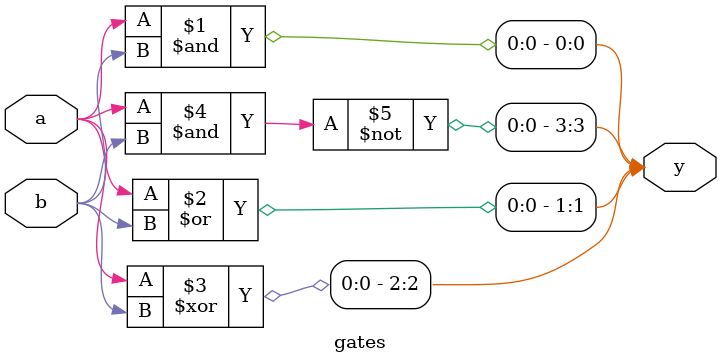
<source format=sv>
/*
 * Simple combinational logic to test design and hardware file generation.
 */

module gates(input logic        a, b,
             output logic [3:0] y);
   /* Four boolean logic operations, the outputs of which
      will be displayed on the board's respective LEDs */
   assign y[0] = a & b;    // AND
   assign y[1] = a | b;    // OR
   assign y[2] = a ^ b;    // XOR
   assign y[3] = ~(a & b); // NAND

endmodule // gates

</source>
